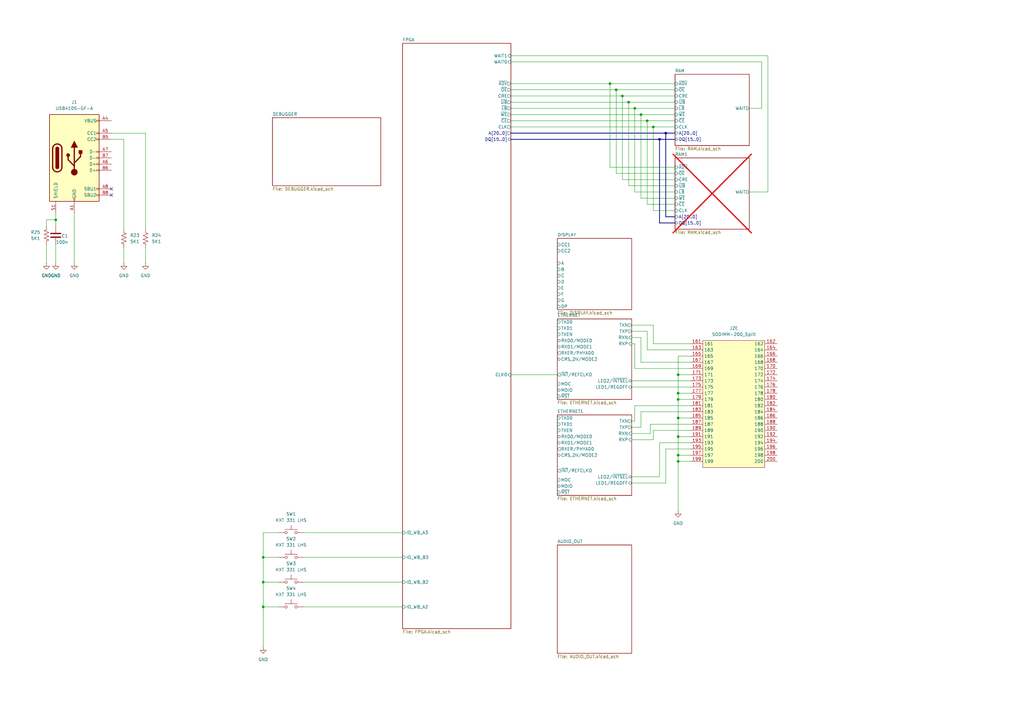
<source format=kicad_sch>
(kicad_sch (version 20250114) (generator "eeschema") (generator_version "9.0")
  (paper "A3")
  (lib_symbols
    (symbol "Connector:SODIMM-200_Split"
      (property "Reference" "J" (at 0 1.27 0))
      (property "Value" "SODIMM-200_Split" (at 0 -1.27 0))
      (symbol "SODIMM-200_Split_1_1"
        (rectangle (start -12.7 25.4) (end 12.7 -26.67) (fill (type background)))
        (pin passive line (at -17.78 22.86 0) (length 5.08) (name "1") (number "1"))
        (pin passive line (at -17.78 20.32 0) (length 5.08) (name "3") (number "3"))
        (pin passive line (at -17.78 17.78 0) (length 5.08) (name "5") (number "5"))
        (pin passive line (at -17.78 15.24 0) (length 5.08) (name "7") (number "7"))
        (pin passive line (at -17.78 12.7 0) (length 5.08) (name "9") (number "9"))
        (pin passive line (at -17.78 10.16 0) (length 5.08) (name "11") (number "11"))
        (pin passive line (at -17.78 7.62 0) (length 5.08) (name "13") (number "13"))
        (pin passive line (at -17.78 5.08 0) (length 5.08) (name "15") (number "15"))
        (pin passive line (at -17.78 2.54 0) (length 5.08) (name "17") (number "17"))
        (pin passive line (at -17.78 0 0) (length 5.08) (name "19") (number "19"))
        (pin passive line (at -17.78 -2.54 0) (length 5.08) (name "21") (number "21"))
        (pin passive line (at -17.78 -5.08 0) (length 5.08) (name "23") (number "23"))
        (pin passive line (at -17.78 -7.62 0) (length 5.08) (name "25") (number "25"))
        (pin passive line (at -17.78 -10.16 0) (length 5.08) (name "27") (number "27"))
        (pin passive line (at -17.78 -12.7 0) (length 5.08) (name "29") (number "29"))
        (pin passive line (at -17.78 -15.24 0) (length 5.08) (name "31") (number "31"))
        (pin passive line (at -17.78 -17.78 0) (length 5.08) (name "33") (number "33"))
        (pin passive line (at -17.78 -20.32 0) (length 5.08) (name "35") (number "35"))
        (pin passive line (at -17.78 -22.86 0) (length 5.08) (name "37") (number "37"))
        (pin passive line (at -17.78 -25.4 0) (length 5.08) (name "39") (number "39"))
        (pin passive line (at 17.78 22.86 180) (length 5.08) (name "2") (number "2"))
        (pin passive line (at 17.78 20.32 180) (length 5.08) (name "4") (number "4"))
        (pin passive line (at 17.78 17.78 180) (length 5.08) (name "6") (number "6"))
        (pin passive line (at 17.78 15.24 180) (length 5.08) (name "8") (number "8"))
        (pin passive line (at 17.78 12.7 180) (length 5.08) (name "10") (number "10"))
        (pin passive line (at 17.78 10.16 180) (length 5.08) (name "12") (number "12"))
        (pin passive line (at 17.78 7.62 180) (length 5.08) (name "14") (number "14"))
        (pin passive line (at 17.78 5.08 180) (length 5.08) (name "16") (number "16"))
        (pin passive line (at 17.78 2.54 180) (length 5.08) (name "18") (number "18"))
        (pin passive line (at 17.78 0 180) (length 5.08) (name "20") (number "20"))
        (pin passive line (at 17.78 -2.54 180) (length 5.08) (name "22") (number "22"))
        (pin passive line (at 17.78 -5.08 180) (length 5.08) (name "24") (number "24"))
        (pin passive line (at 17.78 -7.62 180) (length 5.08) (name "26") (number "26"))
        (pin passive line (at 17.78 -10.16 180) (length 5.08) (name "28") (number "28"))
        (pin passive line (at 17.78 -12.7 180) (length 5.08) (name "30") (number "30"))
        (pin passive line (at 17.78 -15.24 180) (length 5.08) (name "32") (number "32"))
        (pin passive line (at 17.78 -17.78 180) (length 5.08) (name "34") (number "34"))
        (pin passive line (at 17.78 -20.32 180) (length 5.08) (name "36") (number "36"))
        (pin passive line (at 17.78 -22.86 180) (length 5.08) (name "38") (number "38"))
        (pin passive line (at 17.78 -25.4 180) (length 5.08) (name "40") (number "40"))
      )
      (symbol "SODIMM-200_Split_2_1"
        (rectangle (start -12.7 -26.67) (end 12.7 24.13) (fill (type background)))
        (pin passive line (at -17.78 22.86 0) (length 5.08) (name "41") (number "41"))
        (pin passive line (at -17.78 20.32 0) (length 5.08) (name "43") (number "43"))
        (pin passive line (at -17.78 17.78 0) (length 5.08) (name "45") (number "45"))
        (pin passive line (at -17.78 15.24 0) (length 5.08) (name "47") (number "47"))
        (pin passive line (at -17.78 12.7 0) (length 5.08) (name "49") (number "49"))
        (pin passive line (at -17.78 10.16 0) (length 5.08) (name "51") (number "51"))
        (pin passive line (at -17.78 7.62 0) (length 5.08) (name "53") (number "53"))
        (pin passive line (at -17.78 5.08 0) (length 5.08) (name "55") (number "55"))
        (pin passive line (at -17.78 2.54 0) (length 5.08) (name "57") (number "57"))
        (pin passive line (at -17.78 0 0) (length 5.08) (name "59") (number "59"))
        (pin passive line (at -17.78 -2.54 0) (length 5.08) (name "61") (number "61"))
        (pin passive line (at -17.78 -5.08 0) (length 5.08) (name "63") (number "63"))
        (pin passive line (at -17.78 -7.62 0) (length 5.08) (name "65") (number "65"))
        (pin passive line (at -17.78 -10.16 0) (length 5.08) (name "67") (number "67"))
        (pin passive line (at -17.78 -12.7 0) (length 5.08) (name "69") (number "69"))
        (pin passive line (at -17.78 -15.24 0) (length 5.08) (name "71") (number "71"))
        (pin passive line (at -17.78 -17.78 0) (length 5.08) (name "73") (number "73"))
        (pin passive line (at -17.78 -20.32 0) (length 5.08) (name "75") (number "75"))
        (pin passive line (at -17.78 -22.86 0) (length 5.08) (name "77") (number "77"))
        (pin passive line (at -17.78 -25.4 0) (length 5.08) (name "79") (number "79"))
        (pin passive line (at 17.78 22.86 180) (length 5.08) (name "42") (number "42"))
        (pin passive line (at 17.78 20.32 180) (length 5.08) (name "44") (number "44"))
        (pin passive line (at 17.78 17.78 180) (length 5.08) (name "46") (number "46"))
        (pin passive line (at 17.78 15.24 180) (length 5.08) (name "48") (number "48"))
        (pin passive line (at 17.78 12.7 180) (length 5.08) (name "50") (number "50"))
        (pin passive line (at 17.78 10.16 180) (length 5.08) (name "52") (number "52"))
        (pin passive line (at 17.78 7.62 180) (length 5.08) (name "54") (number "54"))
        (pin passive line (at 17.78 5.08 180) (length 5.08) (name "56") (number "56"))
        (pin passive line (at 17.78 2.54 180) (length 5.08) (name "58") (number "58"))
        (pin passive line (at 17.78 0 180) (length 5.08) (name "60") (number "60"))
        (pin passive line (at 17.78 -2.54 180) (length 5.08) (name "62") (number "62"))
        (pin passive line (at 17.78 -5.08 180) (length 5.08) (name "64") (number "64"))
        (pin passive line (at 17.78 -7.62 180) (length 5.08) (name "66") (number "66"))
        (pin passive line (at 17.78 -10.16 180) (length 5.08) (name "68") (number "68"))
        (pin passive line (at 17.78 -12.7 180) (length 5.08) (name "70") (number "70"))
        (pin passive line (at 17.78 -15.24 180) (length 5.08) (name "72") (number "72"))
        (pin passive line (at 17.78 -17.78 180) (length 5.08) (name "74") (number "74"))
        (pin passive line (at 17.78 -20.32 180) (length 5.08) (name "76") (number "76"))
        (pin passive line (at 17.78 -22.86 180) (length 5.08) (name "78") (number "78"))
        (pin passive line (at 17.78 -25.4 180) (length 5.08) (name "80") (number "80"))
      )
      (symbol "SODIMM-200_Split_3_1"
        (rectangle (start -12.7 24.13) (end 12.7 -26.67) (fill (type background)))
        (pin passive line (at -17.78 22.86 0) (length 5.08) (name "81") (number "81"))
        (pin passive line (at -17.78 20.32 0) (length 5.08) (name "83") (number "83"))
        (pin passive line (at -17.78 17.78 0) (length 5.08) (name "85") (number "85"))
        (pin passive line (at -17.78 15.24 0) (length 5.08) (name "87") (number "87"))
        (pin passive line (at -17.78 12.7 0) (length 5.08) (name "89") (number "89"))
        (pin passive line (at -17.78 10.16 0) (length 5.08) (name "91") (number "91"))
        (pin passive line (at -17.78 7.62 0) (length 5.08) (name "93") (number "93"))
        (pin passive line (at -17.78 5.08 0) (length 5.08) (name "95") (number "95"))
        (pin passive line (at -17.78 2.54 0) (length 5.08) (name "97") (number "97"))
        (pin passive line (at -17.78 0 0) (length 5.08) (name "99") (number "99"))
        (pin passive line (at -17.78 -2.54 0) (length 5.08) (name "101") (number "101"))
        (pin passive line (at -17.78 -5.08 0) (length 5.08) (name "103") (number "103"))
        (pin passive line (at -17.78 -7.62 0) (length 5.08) (name "105") (number "105"))
        (pin passive line (at -17.78 -10.16 0) (length 5.08) (name "107") (number "107"))
        (pin passive line (at -17.78 -12.7 0) (length 5.08) (name "109") (number "109"))
        (pin passive line (at -17.78 -15.24 0) (length 5.08) (name "111") (number "111"))
        (pin passive line (at -17.78 -17.78 0) (length 5.08) (name "113") (number "113"))
        (pin passive line (at -17.78 -20.32 0) (length 5.08) (name "115") (number "115"))
        (pin passive line (at -17.78 -22.86 0) (length 5.08) (name "117") (number "117"))
        (pin passive line (at -17.78 -25.4 0) (length 5.08) (name "119") (number "119"))
        (pin passive line (at 17.78 22.86 180) (length 5.08) (name "82") (number "82"))
        (pin passive line (at 17.78 20.32 180) (length 5.08) (name "84") (number "84"))
        (pin passive line (at 17.78 17.78 180) (length 5.08) (name "86") (number "86"))
        (pin passive line (at 17.78 15.24 180) (length 5.08) (name "88") (number "88"))
        (pin passive line (at 17.78 12.7 180) (length 5.08) (name "90") (number "90"))
        (pin passive line (at 17.78 10.16 180) (length 5.08) (name "92") (number "92"))
        (pin passive line (at 17.78 7.62 180) (length 5.08) (name "94") (number "94"))
        (pin passive line (at 17.78 5.08 180) (length 5.08) (name "96") (number "96"))
        (pin passive line (at 17.78 2.54 180) (length 5.08) (name "98") (number "98"))
        (pin passive line (at 17.78 0 180) (length 5.08) (name "100") (number "100"))
        (pin passive line (at 17.78 -2.54 180) (length 5.08) (name "102") (number "102"))
        (pin passive line (at 17.78 -5.08 180) (length 5.08) (name "104") (number "104"))
        (pin passive line (at 17.78 -7.62 180) (length 5.08) (name "106") (number "106"))
        (pin passive line (at 17.78 -10.16 180) (length 5.08) (name "108") (number "108"))
        (pin passive line (at 17.78 -12.7 180) (length 5.08) (name "110") (number "110"))
        (pin passive line (at 17.78 -15.24 180) (length 5.08) (name "112") (number "112"))
        (pin passive line (at 17.78 -17.78 180) (length 5.08) (name "114") (number "114"))
        (pin passive line (at 17.78 -20.32 180) (length 5.08) (name "116") (number "116"))
        (pin passive line (at 17.78 -22.86 180) (length 5.08) (name "118") (number "118"))
        (pin passive line (at 17.78 -25.4 180) (length 5.08) (name "120") (number "120"))
      )
      (symbol "SODIMM-200_Split_4_1"
        (rectangle (start -12.7 24.13) (end 12.7 -26.67) (fill (type background)))
        (pin passive line (at -17.78 22.86 0) (length 5.08) (name "121") (number "121"))
        (pin passive line (at -17.78 20.32 0) (length 5.08) (name "123") (number "123"))
        (pin passive line (at -17.78 17.78 0) (length 5.08) (name "125") (number "125"))
        (pin passive line (at -17.78 15.24 0) (length 5.08) (name "127") (number "127"))
        (pin passive line (at -17.78 12.7 0) (length 5.08) (name "129") (number "129"))
        (pin passive line (at -17.78 10.16 0) (length 5.08) (name "131") (number "131"))
        (pin passive line (at -17.78 7.62 0) (length 5.08) (name "133") (number "133"))
        (pin passive line (at -17.78 5.08 0) (length 5.08) (name "135") (number "135"))
        (pin passive line (at -17.78 2.54 0) (length 5.08) (name "137") (number "137"))
        (pin passive line (at -17.78 0 0) (length 5.08) (name "139") (number "139"))
        (pin passive line (at -17.78 -2.54 0) (length 5.08) (name "141") (number "141"))
        (pin passive line (at -17.78 -5.08 0) (length 5.08) (name "143") (number "143"))
        (pin passive line (at -17.78 -7.62 0) (length 5.08) (name "145") (number "145"))
        (pin passive line (at -17.78 -10.16 0) (length 5.08) (name "147") (number "147"))
        (pin passive line (at -17.78 -12.7 0) (length 5.08) (name "149") (number "149"))
        (pin passive line (at -17.78 -15.24 0) (length 5.08) (name "151") (number "151"))
        (pin passive line (at -17.78 -17.78 0) (length 5.08) (name "153") (number "153"))
        (pin passive line (at -17.78 -20.32 0) (length 5.08) (name "155") (number "155"))
        (pin passive line (at -17.78 -22.86 0) (length 5.08) (name "157") (number "157"))
        (pin passive line (at -17.78 -25.4 0) (length 5.08) (name "159") (number "159"))
        (pin passive line (at 17.78 22.86 180) (length 5.08) (name "122") (number "122"))
        (pin passive line (at 17.78 20.32 180) (length 5.08) (name "124") (number "124"))
        (pin passive line (at 17.78 17.78 180) (length 5.08) (name "126") (number "126"))
        (pin passive line (at 17.78 15.24 180) (length 5.08) (name "128") (number "128"))
        (pin passive line (at 17.78 12.7 180) (length 5.08) (name "130") (number "130"))
        (pin passive line (at 17.78 10.16 180) (length 5.08) (name "132") (number "132"))
        (pin passive line (at 17.78 7.62 180) (length 5.08) (name "134") (number "134"))
        (pin passive line (at 17.78 5.08 180) (length 5.08) (name "136") (number "136"))
        (pin passive line (at 17.78 2.54 180) (length 5.08) (name "138") (number "138"))
        (pin passive line (at 17.78 0 180) (length 5.08) (name "140") (number "140"))
        (pin passive line (at 17.78 -2.54 180) (length 5.08) (name "142") (number "142"))
        (pin passive line (at 17.78 -5.08 180) (length 5.08) (name "144") (number "144"))
        (pin passive line (at 17.78 -7.62 180) (length 5.08) (name "146") (number "146"))
        (pin passive line (at 17.78 -10.16 180) (length 5.08) (name "148") (number "148"))
        (pin passive line (at 17.78 -12.7 180) (length 5.08) (name "150") (number "150"))
        (pin passive line (at 17.78 -15.24 180) (length 5.08) (name "152") (number "152"))
        (pin passive line (at 17.78 -17.78 180) (length 5.08) (name "154") (number "154"))
        (pin passive line (at 17.78 -20.32 180) (length 5.08) (name "156") (number "156"))
        (pin passive line (at 17.78 -22.86 180) (length 5.08) (name "158") (number "158"))
        (pin passive line (at 17.78 -25.4 180) (length 5.08) (name "160") (number "160"))
      )
      (symbol "SODIMM-200_Split_5_1"
        (rectangle (start -12.7 24.13) (end 12.7 -27.94) (fill (type background)))
        (pin passive line (at -17.78 22.86 0) (length 5.08) (name "161") (number "161"))
        (pin passive line (at -17.78 20.32 0) (length 5.08) (name "163") (number "163"))
        (pin passive line (at -17.78 17.78 0) (length 5.08) (name "165") (number "165"))
        (pin passive line (at -17.78 15.24 0) (length 5.08) (name "167") (number "167"))
        (pin passive line (at -17.78 12.7 0) (length 5.08) (name "169") (number "169"))
        (pin passive line (at -17.78 10.16 0) (length 5.08) (name "171") (number "171"))
        (pin passive line (at -17.78 7.62 0) (length 5.08) (name "173") (number "173"))
        (pin passive line (at -17.78 5.08 0) (length 5.08) (name "175") (number "175"))
        (pin passive line (at -17.78 2.54 0) (length 5.08) (name "177") (number "177"))
        (pin passive line (at -17.78 0 0) (length 5.08) (name "179") (number "179"))
        (pin passive line (at -17.78 -2.54 0) (length 5.08) (name "181") (number "181"))
        (pin passive line (at -17.78 -5.08 0) (length 5.08) (name "183") (number "183"))
        (pin passive line (at -17.78 -7.62 0) (length 5.08) (name "185") (number "185"))
        (pin passive line (at -17.78 -10.16 0) (length 5.08) (name "187") (number "187"))
        (pin passive line (at -17.78 -12.7 0) (length 5.08) (name "189") (number "189"))
        (pin passive line (at -17.78 -15.24 0) (length 5.08) (name "191") (number "191"))
        (pin passive line (at -17.78 -17.78 0) (length 5.08) (name "193") (number "193"))
        (pin passive line (at -17.78 -20.32 0) (length 5.08) (name "195") (number "195"))
        (pin passive line (at -17.78 -22.86 0) (length 5.08) (name "197") (number "197"))
        (pin passive line (at -17.78 -25.4 0) (length 5.08) (name "199") (number "199"))
        (pin passive line (at 17.78 22.86 180) (length 5.08) (name "162") (number "162"))
        (pin passive line (at 17.78 20.32 180) (length 5.08) (name "164") (number "164"))
        (pin passive line (at 17.78 17.78 180) (length 5.08) (name "166") (number "166"))
        (pin passive line (at 17.78 15.24 180) (length 5.08) (name "168") (number "168"))
        (pin passive line (at 17.78 12.7 180) (length 5.08) (name "170") (number "170"))
        (pin passive line (at 17.78 10.16 180) (length 5.08) (name "172") (number "172"))
        (pin passive line (at 17.78 7.62 180) (length 5.08) (name "174") (number "174"))
        (pin passive line (at 17.78 5.08 180) (length 5.08) (name "176") (number "176"))
        (pin passive line (at 17.78 2.54 180) (length 5.08) (name "178") (number "178"))
        (pin passive line (at 17.78 0 180) (length 5.08) (name "180") (number "180"))
        (pin passive line (at 17.78 -2.54 180) (length 5.08) (name "182") (number "182"))
        (pin passive line (at 17.78 -5.08 180) (length 5.08) (name "184") (number "184"))
        (pin passive line (at 17.78 -7.62 180) (length 5.08) (name "186") (number "186"))
        (pin passive line (at 17.78 -10.16 180) (length 5.08) (name "188") (number "188"))
        (pin passive line (at 17.78 -12.7 180) (length 5.08) (name "190") (number "190"))
        (pin passive line (at 17.78 -15.24 180) (length 5.08) (name "192") (number "192"))
        (pin passive line (at 17.78 -17.78 180) (length 5.08) (name "194") (number "194"))
        (pin passive line (at 17.78 -20.32 180) (length 5.08) (name "196") (number "196"))
        (pin passive line (at 17.78 -22.86 180) (length 5.08) (name "198") (number "198"))
        (pin passive line (at 17.78 -25.4 180) (length 5.08) (name "200") (number "200"))
      )
    )
    (symbol "Connector:USB_C_Receptacle_USB2.0_16P" (pin_names (offset 1.016))
      (property "Reference" "J" (at 0 22.225 0))
      (property "Value" "USB_C_Receptacle_USB2.0_16P" (at 0 19.685 0))
      (symbol "USB_C_Receptacle_USB2.0_16P_0_0"
        (rectangle (start -0.254 -17.78) (end 0.254 -16.764))
        (rectangle (start 10.16 15.494) (end 9.144 14.986))
        (rectangle (start 10.16 10.414) (end 9.144 9.906))
        (rectangle (start 10.16 7.874) (end 9.144 7.366))
        (rectangle (start 10.16 2.794) (end 9.144 2.286))
        (rectangle (start 10.16 0.254) (end 9.144 -0.254))
        (rectangle (start 10.16 -2.286) (end 9.144 -2.794))
        (rectangle (start 10.16 -4.826) (end 9.144 -5.334))
        (rectangle (start 10.16 -12.446) (end 9.144 -12.954))
        (rectangle (start 10.16 -14.986) (end 9.144 -15.494))
      )
      (symbol "USB_C_Receptacle_USB2.0_16P_0_1"
        (rectangle (start -10.16 17.78) (end 10.16 -17.78) (stroke (width 0.254)) (fill (type background)))
        (polyline (pts (xy -8.89 -3.81) (xy -8.89 3.81)) (stroke (width 0.508)))
        (rectangle (start -7.62 -3.81) (end -6.35 3.81) (stroke (width 0.254)) (fill (type outline)))
        (arc (start -7.62 3.81) (mid -6.985 4.4423) (end -6.35 3.81) (stroke (width 0.254)))
        (arc (start -7.62 3.81) (mid -6.985 4.4423) (end -6.35 3.81) (stroke (width 0.254)) (fill (type outline)))
        (arc (start -8.89 3.81) (mid -6.985 5.7067) (end -5.08 3.81) (stroke (width 0.508)))
        (arc (start -5.08 -3.81) (mid -6.985 -5.7067) (end -8.89 -3.81) (stroke (width 0.508)))
        (arc (start -6.35 -3.81) (mid -6.985 -4.4423) (end -7.62 -3.81) (stroke (width 0.254)))
        (arc (start -6.35 -3.81) (mid -6.985 -4.4423) (end -7.62 -3.81) (stroke (width 0.254)) (fill (type outline)))
        (polyline (pts (xy -5.08 3.81) (xy -5.08 -3.81)) (stroke (width 0.508)))
        (circle (center -2.54 1.143) (radius 0.635) (stroke (width 0.254)) (fill (type outline)))
        (polyline (pts (xy -1.27 4.318) (xy 0 6.858) (xy 1.27 4.318) (xy -1.27 4.318)) (stroke (width 0.254)) (fill (type outline)))
        (polyline (pts (xy 0 -2.032) (xy 2.54 0.508) (xy 2.54 1.778)) (stroke (width 0.508)))
        (polyline (pts (xy 0 -3.302) (xy -2.54 -0.762) (xy -2.54 0.508)) (stroke (width 0.508)))
        (polyline (pts (xy 0 -5.842) (xy 0 4.318)) (stroke (width 0.508)))
        (circle (center 0 -5.842) (radius 1.27) (fill (type outline)))
        (rectangle (start 1.905 1.778) (end 3.175 3.048) (stroke (width 0.254)) (fill (type outline)))
      )
      (symbol "USB_C_Receptacle_USB2.0_16P_1_1"
        (pin passive line (at -7.62 -22.86 90) (length 5.08) (name "SHIELD") (number "S1"))
        (pin passive line (at 0 -22.86 90) (length 5.08) (name "GND") (number "A1"))
        (pin passive line (at 0 -22.86 90) (length 5.08) (hide yes) (name "GND") (number "A12"))
        (pin passive line (at 0 -22.86 90) (length 5.08) (hide yes) (name "GND") (number "B1"))
        (pin passive line (at 0 -22.86 90) (length 5.08) (hide yes) (name "GND") (number "B12"))
        (pin passive line (at 15.24 15.24 180) (length 5.08) (name "VBUS") (number "A4"))
        (pin passive line (at 15.24 15.24 180) (length 5.08) (hide yes) (name "VBUS") (number "A9"))
        (pin passive line (at 15.24 15.24 180) (length 5.08) (hide yes) (name "VBUS") (number "B4"))
        (pin passive line (at 15.24 15.24 180) (length 5.08) (hide yes) (name "VBUS") (number "B9"))
        (pin bidirectional line (at 15.24 10.16 180) (length 5.08) (name "CC1") (number "A5"))
        (pin bidirectional line (at 15.24 7.62 180) (length 5.08) (name "CC2") (number "B5"))
        (pin bidirectional line (at 15.24 2.54 180) (length 5.08) (name "D-") (number "A7"))
        (pin bidirectional line (at 15.24 0 180) (length 5.08) (name "D-") (number "B7"))
        (pin bidirectional line (at 15.24 -2.54 180) (length 5.08) (name "D+") (number "A6"))
        (pin bidirectional line (at 15.24 -5.08 180) (length 5.08) (name "D+") (number "B6"))
        (pin bidirectional line (at 15.24 -12.7 180) (length 5.08) (name "SBU1") (number "A8"))
        (pin bidirectional line (at 15.24 -15.24 180) (length 5.08) (name "SBU2") (number "B8"))
      )
    )
    (symbol "Device:C" (pin_numbers (hide yes)) (pin_names (offset 0.254))
      (property "Reference" "C" (at 0.635 2.54 0))
      (property "Value" "C" (at 0.635 -2.54 0))
      (symbol "C_0_1"
        (polyline (pts (xy -2.032 0.762) (xy 2.032 0.762)) (stroke (width 0.508)))
        (polyline (pts (xy -2.032 -0.762) (xy 2.032 -0.762)) (stroke (width 0.508)))
      )
      (symbol "C_1_1"
        (pin passive line (at 0 3.81 270) (length 2.794) (name "~") (number "1"))
        (pin passive line (at 0 -3.81 90) (length 2.794) (name "~") (number "2"))
      )
    )
    (symbol "Device:R_US" (pin_numbers (hide yes)) (pin_names (offset 0))
      (property "Reference" "R" (at 2.54 0 90))
      (property "Value" "R_US" (at -2.54 0 90))
      (symbol "R_US_0_1"
        (polyline (pts (xy 0 2.286) (xy 0 2.54)))
        (polyline (pts (xy 0 2.286) (xy 1.016 1.905) (xy 0 1.524) (xy -1.016 1.143) (xy 0 0.762)))
        (polyline (pts (xy 0 0.762) (xy 1.016 0.381) (xy 0 0) (xy -1.016 -0.381) (xy 0 -0.762)))
        (polyline (pts (xy 0 -0.762) (xy 1.016 -1.143) (xy 0 -1.524) (xy -1.016 -1.905) (xy 0 -2.286)))
        (polyline (pts (xy 0 -2.286) (xy 0 -2.54)))
      )
      (symbol "R_US_1_1"
        (pin passive line (at 0 3.81 270) (length 1.27) (name "~") (number "1"))
        (pin passive line (at 0 -3.81 90) (length 1.27) (name "~") (number "2"))
      )
    )
    (symbol "Switch:SW_Push" (pin_numbers (hide yes)) (pin_names (offset 1.016) (hide yes))
      (property "Reference" "SW" (at 1.27 2.54 0))
      (property "Value" "SW_Push" (at 0 -1.524 0))
      (symbol "SW_Push_0_1"
        (circle (center -2.032 0) (radius 0.508))
        (polyline (pts (xy 0 1.27) (xy 0 3.048)))
        (circle (center 2.032 0) (radius 0.508))
        (polyline (pts (xy 2.54 1.27) (xy -2.54 1.27)))
        (pin passive line (at -5.08 0 0) (length 2.54) (name "1") (number "1"))
        (pin passive line (at 5.08 0 180) (length 2.54) (name "2") (number "2"))
      )
    )
    (symbol "power:GND" (power) (pin_numbers (hide yes)) (pin_names (offset 0) (hide yes))
      (property "Value" "GND" (at 0 -3.81 0))
      (symbol "GND_0_1"
        (polyline (pts (xy 0 0) (xy 0 -1.27) (xy 1.27 -1.27) (xy 0 -2.54) (xy -1.27 -1.27) (xy 0 -1.27)))
      )
      (symbol "GND_1_1"
        (pin power_in line (at 0 0 270) (length 0) (name "~") (number "1"))
      )
    )
  )
  (junction (at 252.73 36.83))
  (junction (at 265.43 49.53))
  (junction (at 278.13 161.29))
  (junction (at 278.13 163.83))
  (junction (at 22.86 90.17))
  (junction (at 260.35 44.45))
  (junction (at 107.95 228.6))
  (junction (at 278.13 171.45))
  (junction (at 257.81 41.91))
  (junction (at 278.13 153.67))
  (junction (at 270.51 57.15))
  (junction (at 278.13 189.23))
  (junction (at 278.13 186.69))
  (junction (at 262.89 46.99))
  (junction (at 273.05 54.61))
  (junction (at 107.95 248.92))
  (junction (at 278.13 179.07))
  (junction (at 250.19 34.29))
  (junction (at 107.95 238.76))
  (junction (at 255.27 39.37))
  (junction (at 267.97 52.07))
  (no_connect (at 45.72 80.01))
  (no_connect (at 45.72 77.47))
  (wire (pts (xy 259.08 180.34) (xy 267.97 180.34)))
  (bus (pts (xy 273.05 54.61) (xy 276.86 54.61)))
  (wire (pts (xy 314.96 78.74) (xy 307.34 78.74)))
  (wire (pts (xy 270.51 181.61) (xy 283.21 181.61)))
  (wire (pts (xy 278.13 171.45) (xy 283.21 171.45)))
  (wire (pts (xy 107.95 218.44) (xy 114.3 218.44)))
  (wire (pts (xy 209.55 22.86) (xy 314.96 22.86)))
  (wire (pts (xy 252.73 36.83) (xy 252.73 71.12)))
  (bus (pts (xy 270.51 57.15) (xy 276.86 57.15)))
  (wire (pts (xy 312.42 25.4) (xy 312.42 44.45)))
  (wire (pts (xy 265.43 49.53) (xy 265.43 83.82)))
  (wire (pts (xy 278.13 189.23) (xy 278.13 209.55)))
  (wire (pts (xy 45.72 54.61) (xy 59.69 54.61)))
  (wire (pts (xy 278.13 153.67) (xy 278.13 161.29)))
  (wire (pts (xy 278.13 186.69) (xy 283.21 186.69)))
  (wire (pts (xy 107.95 228.6) (xy 107.95 238.76)))
  (wire (pts (xy 259.08 172.72) (xy 260.35 172.72)))
  (wire (pts (xy 124.46 248.92) (xy 165.1 248.92)))
  (wire (pts (xy 260.35 140.97) (xy 260.35 151.13)))
  (wire (pts (xy 259.08 135.89) (xy 265.43 135.89)))
  (wire (pts (xy 262.89 46.99) (xy 262.89 81.28)))
  (wire (pts (xy 278.13 171.45) (xy 278.13 179.07)))
  (wire (pts (xy 273.05 198.12) (xy 259.08 198.12)))
  (wire (pts (xy 283.21 176.53) (xy 267.97 176.53)))
  (wire (pts (xy 276.86 76.2) (xy 257.81 76.2)))
  (wire (pts (xy 209.55 41.91) (xy 257.81 41.91)))
  (wire (pts (xy 107.95 238.76) (xy 107.95 248.92)))
  (wire (pts (xy 276.86 81.28) (xy 262.89 81.28)))
  (wire (pts (xy 259.08 177.8) (xy 266.7 177.8)))
  (wire (pts (xy 267.97 133.35) (xy 267.97 140.97)))
  (bus (pts (xy 209.55 54.61) (xy 273.05 54.61)))
  (wire (pts (xy 278.13 186.69) (xy 278.13 189.23)))
  (wire (pts (xy 278.13 179.07) (xy 278.13 186.69)))
  (wire (pts (xy 45.72 57.15) (xy 50.8 57.15)))
  (wire (pts (xy 273.05 184.15) (xy 273.05 198.12)))
  (wire (pts (xy 278.13 179.07) (xy 283.21 179.07)))
  (wire (pts (xy 107.95 228.6) (xy 107.95 218.44)))
  (wire (pts (xy 276.86 68.58) (xy 250.19 68.58)))
  (wire (pts (xy 209.55 25.4) (xy 312.42 25.4)))
  (bus (pts (xy 276.86 88.9) (xy 273.05 88.9)))
  (wire (pts (xy 259.08 156.21) (xy 283.21 156.21)))
  (wire (pts (xy 260.35 44.45) (xy 260.35 78.74)))
  (wire (pts (xy 267.97 52.07) (xy 267.97 86.36)))
  (wire (pts (xy 209.55 36.83) (xy 252.73 36.83)))
  (wire (pts (xy 278.13 161.29) (xy 278.13 163.83)))
  (wire (pts (xy 259.08 158.75) (xy 283.21 158.75)))
  (wire (pts (xy 278.13 163.83) (xy 278.13 171.45)))
  (wire (pts (xy 255.27 73.66) (xy 255.27 39.37)))
  (wire (pts (xy 259.08 133.35) (xy 267.97 133.35)))
  (wire (pts (xy 59.69 101.6) (xy 59.69 107.95)))
  (wire (pts (xy 59.69 54.61) (xy 59.69 93.98)))
  (wire (pts (xy 265.43 83.82) (xy 276.86 83.82)))
  (wire (pts (xy 259.08 140.97) (xy 260.35 140.97)))
  (wire (pts (xy 19.05 92.71) (xy 19.05 90.17)))
  (wire (pts (xy 276.86 49.53) (xy 265.43 49.53)))
  (wire (pts (xy 267.97 52.07) (xy 276.86 52.07)))
  (bus (pts (xy 270.51 91.44) (xy 276.86 91.44)))
  (wire (pts (xy 19.05 100.33) (xy 19.05 107.95)))
  (wire (pts (xy 283.21 151.13) (xy 260.35 151.13)))
  (wire (pts (xy 209.55 34.29) (xy 250.19 34.29)))
  (wire (pts (xy 265.43 135.89) (xy 265.43 143.51)))
  (wire (pts (xy 278.13 146.05) (xy 278.13 153.67)))
  (wire (pts (xy 252.73 71.12) (xy 276.86 71.12)))
  (wire (pts (xy 260.35 172.72) (xy 260.35 166.37)))
  (wire (pts (xy 124.46 238.76) (xy 165.1 238.76)))
  (wire (pts (xy 283.21 146.05) (xy 278.13 146.05)))
  (wire (pts (xy 260.35 166.37) (xy 283.21 166.37)))
  (wire (pts (xy 260.35 78.74) (xy 276.86 78.74)))
  (wire (pts (xy 276.86 73.66) (xy 255.27 73.66)))
  (wire (pts (xy 259.08 195.58) (xy 270.51 195.58)))
  (wire (pts (xy 265.43 143.51) (xy 283.21 143.51)))
  (wire (pts (xy 267.97 176.53) (xy 267.97 180.34)))
  (wire (pts (xy 257.81 41.91) (xy 276.86 41.91)))
  (wire (pts (xy 107.95 248.92) (xy 114.3 248.92)))
  (wire (pts (xy 283.21 184.15) (xy 273.05 184.15)))
  (bus (pts (xy 273.05 54.61) (xy 273.05 88.9)))
  (wire (pts (xy 266.7 177.8) (xy 266.7 173.99)))
  (wire (pts (xy 209.55 39.37) (xy 255.27 39.37)))
  (wire (pts (xy 209.55 46.99) (xy 262.89 46.99)))
  (wire (pts (xy 267.97 140.97) (xy 283.21 140.97)))
  (wire (pts (xy 259.08 175.26) (xy 262.89 175.26)))
  (wire (pts (xy 262.89 138.43) (xy 262.89 148.59)))
  (wire (pts (xy 255.27 39.37) (xy 276.86 39.37)))
  (wire (pts (xy 259.08 138.43) (xy 262.89 138.43)))
  (wire (pts (xy 209.55 44.45) (xy 260.35 44.45)))
  (wire (pts (xy 262.89 148.59) (xy 283.21 148.59)))
  (wire (pts (xy 257.81 41.91) (xy 257.81 76.2)))
  (wire (pts (xy 30.48 87.63) (xy 30.48 107.95)))
  (wire (pts (xy 22.86 100.33) (xy 22.86 107.95)))
  (wire (pts (xy 312.42 44.45) (xy 307.34 44.45)))
  (wire (pts (xy 19.05 90.17) (xy 22.86 90.17)))
  (wire (pts (xy 114.3 238.76) (xy 107.95 238.76)))
  (wire (pts (xy 50.8 101.6) (xy 50.8 107.95)))
  (wire (pts (xy 278.13 153.67) (xy 283.21 153.67)))
  (wire (pts (xy 209.55 153.67) (xy 228.6 153.67)))
  (wire (pts (xy 276.86 86.36) (xy 267.97 86.36)))
  (wire (pts (xy 262.89 46.99) (xy 276.86 46.99)))
  (wire (pts (xy 107.95 228.6) (xy 114.3 228.6)))
  (wire (pts (xy 250.19 68.58) (xy 250.19 34.29)))
  (bus (pts (xy 270.51 57.15) (xy 270.51 91.44)))
  (wire (pts (xy 262.89 175.26) (xy 262.89 168.91)))
  (wire (pts (xy 107.95 248.92) (xy 107.95 265.43)))
  (wire (pts (xy 278.13 161.29) (xy 283.21 161.29)))
  (wire (pts (xy 278.13 189.23) (xy 283.21 189.23)))
  (wire (pts (xy 124.46 228.6) (xy 165.1 228.6)))
  (wire (pts (xy 50.8 57.15) (xy 50.8 93.98)))
  (wire (pts (xy 314.96 22.86) (xy 314.96 78.74)))
  (wire (pts (xy 276.86 36.83) (xy 252.73 36.83)))
  (wire (pts (xy 266.7 173.99) (xy 283.21 173.99)))
  (wire (pts (xy 276.86 44.45) (xy 260.35 44.45)))
  (wire (pts (xy 209.55 52.07) (xy 267.97 52.07)))
  (wire (pts (xy 209.55 49.53) (xy 265.43 49.53)))
  (bus (pts (xy 209.55 57.15) (xy 270.51 57.15)))
  (wire (pts (xy 124.46 218.44) (xy 165.1 218.44)))
  (wire (pts (xy 22.86 90.17) (xy 22.86 92.71)))
  (wire (pts (xy 278.13 163.83) (xy 283.21 163.83)))
  (wire (pts (xy 22.86 87.63) (xy 22.86 90.17)))
  (wire (pts (xy 270.51 195.58) (xy 270.51 181.61)))
  (wire (pts (xy 262.89 168.91) (xy 283.21 168.91)))
  (wire (pts (xy 250.19 34.29) (xy 276.86 34.29)))
  (symbol (lib_id "power:GND") (at 19.05 107.95 0) (unit 1)
    (property "Reference" "#PWR045" (effects (hide yes)))
    (property "Value" "GND" (at 19.05 113.03 0))
    (property "Description" "Power symbol creates a global label with name \"GND\" , ground" (effects (hide yes)))
  )
  (symbol (lib_id "Switch:SW_Push") (at 119.38 228.6 0) (unit 1)
    (property "Reference" "SW2" (at 119.38 220.98 0))
    (property "Value" "KXT 331 LHS" (at 119.38 223.52 0))
    (property "Footprint" "Button_Switch_SMD:SW_SPST_CK_KXT3" (effects (hide yes)))
    (property "Description" "Push button switch, generic, two pins" (effects (hide yes)))
  )
  (symbol (lib_id "Device:R_US") (at 19.05 96.52 0) (mirror y) (unit 1)
    (property "Reference" "R25" (at 16.51 95.2499 0) (effects (justify left)))
    (property "Value" "5K1" (at 16.51 97.7899 0) (effects (justify left)))
    (property "Description" "Resistor, US symbol" (effects (hide yes)))
  )
  (symbol (lib_id "Connector:SODIMM-200_Split") (at 300.99 163.83 0) (unit 5)
    (property "Reference" "J2" (at 300.99 134.62 0))
    (property "Value" "SODIMM-200_Split" (at 300.99 137.16 0))
    (property "Footprint" "Connector_PCBEdge:SODIMM-200_1.8V_Card_edge" (effects (hide yes)))
    (property "Description" "SODIMM 200 Pin socket" (effects (hide yes)))
  )
  (symbol (lib_id "Connector:USB_C_Receptacle_USB2.0_16P") (at 30.48 64.77 0) (unit 1)
    (property "Reference" "J1" (at 30.48 41.91 0))
    (property "Value" "USB4105-GF-A" (at 30.48 44.45 0))
    (property "Footprint" "Connector_USB:USB_C_Receptacle_GCT_USB4105-xx-A_16P_TopMnt_Horizontal" (effects (hide yes)))
    (property "Datasheet" "https://www.usb.org/sites/default/files/documents/usb_type-c.zip" (effects (hide yes)))
    (property "Description" "USB 2.0-only 16P Type-C Receptacle connector" (effects (hide yes)))
  )
  (symbol (lib_id "Device:R_US") (at 59.69 97.79 0) (unit 1)
    (property "Reference" "R24" (at 62.23 96.5199 0) (effects (justify left)))
    (property "Value" "5K1" (at 62.23 99.0599 0) (effects (justify left)))
    (property "Description" "Resistor, US symbol" (effects (hide yes)))
  )
  (symbol (lib_id "Switch:SW_Push") (at 119.38 218.44 0) (unit 1)
    (property "Reference" "SW1" (at 119.38 210.82 0))
    (property "Value" "KXT 331 LHS" (at 119.38 213.36 0))
    (property "Footprint" "Button_Switch_SMD:SW_SPST_CK_KXT3" (effects (hide yes)))
    (property "Description" "Push button switch, generic, two pins" (effects (hide yes)))
  )
  (symbol (lib_id "Switch:SW_Push") (at 119.38 248.92 0) (unit 1)
    (property "Reference" "SW4" (at 119.38 241.3 0))
    (property "Value" "KXT 331 LHS" (at 119.38 243.84 0))
    (property "Footprint" "Button_Switch_SMD:SW_SPST_CK_KXT3" (effects (hide yes)))
    (property "Description" "Push button switch, generic, two pins" (effects (hide yes)))
  )
  (symbol (lib_id "power:GND") (at 50.8 107.95 0) (unit 1)
    (property "Reference" "#PWR042" (effects (hide yes)))
    (property "Value" "GND" (at 50.8 113.03 0))
    (property "Description" "Power symbol creates a global label with name \"GND\" , ground" (effects (hide yes)))
  )
  (symbol (lib_id "Device:R_US") (at 50.8 97.79 0) (unit 1)
    (property "Reference" "R23" (at 53.34 96.5199 0) (effects (justify left)))
    (property "Value" "5K1" (at 53.34 99.0599 0) (effects (justify left)))
    (property "Description" "Resistor, US symbol" (effects (hide yes)))
  )
  (symbol (lib_id "Device:C") (at 22.86 96.52 0) (mirror y) (unit 1)
    (property "Reference" "C1" (at 27.94 96.774 0) (effects (justify left)))
    (property "Value" "100n" (at 27.94 99.314 0) (effects (justify left)))
    (property "Description" "Unpolarized capacitor" (effects (hide yes)))
  )
  (symbol (lib_id "power:GND") (at 107.95 265.43 0) (unit 1)
    (property "Reference" "#PWR056" (effects (hide yes)))
    (property "Value" "GND" (at 107.95 270.51 0))
    (property "Description" "Power symbol creates a global label with name \"GND\" , ground" (effects (hide yes)))
  )
  (symbol (lib_id "power:GND") (at 59.69 107.95 0) (unit 1)
    (property "Reference" "#PWR041" (effects (hide yes)))
    (property "Value" "GND" (at 59.69 113.03 0))
    (property "Description" "Power symbol creates a global label with name \"GND\" , ground" (effects (hide yes)))
  )
  (symbol (lib_id "power:GND") (at 278.13 209.55 0) (unit 1)
    (property "Reference" "#PWR01" (effects (hide yes)))
    (property "Value" "GND" (at 278.13 214.63 0))
    (property "Description" "Power symbol creates a global label with name \"GND\" , ground" (effects (hide yes)))
  )
  (symbol (lib_id "Switch:SW_Push") (at 119.38 238.76 0) (unit 1)
    (property "Reference" "SW3" (at 119.38 231.14 0))
    (property "Value" "KXT 331 LHS" (at 119.38 233.68 0))
    (property "Footprint" "Button_Switch_SMD:SW_SPST_CK_KXT3" (effects (hide yes)))
    (property "Description" "Push button switch, generic, two pins" (effects (hide yes)))
  )
  (symbol (lib_id "power:GND") (at 30.48 107.95 0) (unit 1)
    (property "Reference" "#PWR043" (effects (hide yes)))
    (property "Value" "GND" (at 30.48 113.03 0))
    (property "Description" "Power symbol creates a global label with name \"GND\" , ground" (effects (hide yes)))
  )
  (symbol (lib_id "power:GND") (at 22.86 107.95 0) (unit 1)
    (property "Reference" "#PWR044" (effects (hide yes)))
    (property "Value" "GND" (at 22.86 113.03 0))
    (property "Description" "Power symbol creates a global label with name \"GND\" , ground" (effects (hide yes)))
  )
  (sheet (at 228.6 223.52) (size 30.48 44.45) (stroke (width 0.1524))
    (property "Sheetname" "AUDIO_OUT" (at 228.6 222.8084 0) (effects (justify left bottom)))
    (property "Sheetfile" "AUDIO_OUT.kicad_sch" (at 228.6 268.5546 0) (effects (justify left top)))
  )
  (sheet (at 228.6 97.79) (size 30.48 29.21) (stroke (width 0.1524))
    (property "Sheetname" "DISPLAY" (at 228.6 97.0784 0) (effects (justify left bottom)))
    (property "Sheetfile" "DISPLAY.kicad_sch" (at 228.6 127.5846 0) (effects (justify left top)))
    (pin "CC1" input (at 228.6 100.33 180))
    (pin "C" input (at 228.6 113.03 180))
    (pin "F" input (at 228.6 120.65 180))
    (pin "CC2" input (at 228.6 102.87 180))
    (pin "D" input (at 228.6 115.57 180))
    (pin "G" input (at 228.6 123.19 180))
    (pin "A" input (at 228.6 107.95 180))
    (pin "E" input (at 228.6 118.11 180))
    (pin "B" input (at 228.6 110.49 180))
    (pin "DP" input (at 228.6 125.73 180))
  )
  (sheet (at 228.6 130.81) (size 30.48 33.02) (stroke (width 0.1524))
    (property "Sheetname" "ETHERNET" (at 228.6 130.0984 0) (effects (justify left bottom)))
    (property "Sheetfile" "ETHERNET.kicad_sch" (at 228.6 164.4146 0) (effects (justify left top)))
    (pin "CRS_DV/MODE2" bidirectional (at 228.6 147.32 180))
    (pin "LED2/~{INTSEL}" bidirectional (at 259.08 156.21 0))
    (pin "RXN" input (at 259.08 138.43 0))
    (pin "TXP" output (at 259.08 135.89 0))
    (pin "LED1/REGOFF" bidirectional (at 259.08 158.75 0))
    (pin "RXP" input (at 259.08 140.97 0))
    (pin "TXN" output (at 259.08 133.35 0))
    (pin "RXER/PHYAD0" output (at 228.6 144.78 180))
    (pin "TXD0" input (at 228.6 132.08 180))
    (pin "RXD0/MODE0" bidirectional (at 228.6 139.7 180))
    (pin "TXEN" input (at 228.6 137.16 180))
    (pin "MDIO" bidirectional (at 228.6 160.02 180))
    (pin "MDC" input (at 228.6 157.48 180))
    (pin "TXD1" input (at 228.6 134.62 180))
    (pin "RXD1/MODE1" bidirectional (at 228.6 142.24 180))
    (pin "~{INT}/REFCLKO" output (at 228.6 153.67 180))
    (pin "~{RST}" input (at 228.6 162.56 180))
  )
  (sheet (at 276.86 30.48) (size 30.48 29.21) (stroke (width 0.1524))
    (property "Sheetname" "RAM" (at 276.86 29.7684 0) (effects (justify left bottom)))
    (property "Sheetfile" "RAM.kicad_sch" (at 276.86 60.2746 0) (effects (justify left top)))
    (pin "~{UB}" input (at 276.86 41.91 180))
    (pin "DQ[15..0]" bidirectional (at 276.86 57.15 180))
    (pin "CRE" input (at 276.86 39.37 180))
    (pin "~{LB}" input (at 276.86 44.45 180))
    (pin "A[20..0]" input (at 276.86 54.61 180))
    (pin "~{WE}" input (at 276.86 46.99 180))
    (pin "~{CE}" input (at 276.86 49.53 180))
    (pin "CLK" input (at 276.86 52.07 180))
    (pin "~{OE}" input (at 276.86 36.83 180))
    (pin "~{ADV}" input (at 276.86 34.29 180))
    (pin "WAIT" output (at 307.34 44.45 0))
  )
  (sheet (at 228.6 170.18) (size 30.48 33.02) (stroke (width 0.1524))
    (property "Sheetname" "ETHERNET1" (at 228.6 169.4684 0) (effects (justify left bottom)))
    (property "Sheetfile" "ETHERNET.kicad_sch" (at 228.6 203.7846 0) (effects (justify left top)))
    (pin "CRS_DV/MODE2" bidirectional (at 228.6 186.69 180))
    (pin "LED2/~{INTSEL}" bidirectional (at 259.08 195.58 0))
    (pin "RXN" input (at 259.08 177.8 0))
    (pin "TXP" output (at 259.08 175.26 0))
    (pin "LED1/REGOFF" bidirectional (at 259.08 198.12 0))
    (pin "RXP" input (at 259.08 180.34 0))
    (pin "TXN" output (at 259.08 172.72 0))
    (pin "RXER/PHYAD0" output (at 228.6 184.15 180))
    (pin "TXD0" input (at 228.6 171.45 180))
    (pin "RXD0/MODE0" bidirectional (at 228.6 179.07 180))
    (pin "TXEN" input (at 228.6 176.53 180))
    (pin "MDIO" bidirectional (at 228.6 199.39 180))
    (pin "MDC" input (at 228.6 196.85 180))
    (pin "TXD1" input (at 228.6 173.99 180))
    (pin "RXD1/MODE1" bidirectional (at 228.6 181.61 180))
    (pin "~{INT}/REFCLKO" output (at 228.6 193.04 180))
    (pin "~{RST}" input (at 228.6 201.93 180))
  )
  (sheet (at 111.76 48.26) (size 44.45 27.94) (stroke (width 0.1524))
    (property "Sheetname" "DEBUGGER" (at 111.76 47.5484 0) (effects (justify left bottom)))
    (property "Sheetfile" "DEBUGGER.kicad_sch" (at 111.76 76.7846 0) (effects (justify left top)))
  )
  (sheet (at 276.86 64.77) (size 30.48 29.21) (in_bom no) (dnp yes) (stroke (width 0.1524))
    (property "Sheetname" "RAM1" (at 276.86 64.0584 0) (effects (justify left bottom)))
    (property "Sheetfile" "RAM.kicad_sch" (at 276.86 94.5646 0) (effects (justify left top)))
    (pin "~{UB}" input (at 276.86 76.2 180))
    (pin "DQ[15..0]" bidirectional (at 276.86 91.44 180))
    (pin "CRE" input (at 276.86 73.66 180))
    (pin "~{LB}" input (at 276.86 78.74 180))
    (pin "A[20..0]" input (at 276.86 88.9 180))
    (pin "~{WE}" input (at 276.86 81.28 180))
    (pin "~{CE}" input (at 276.86 83.82 180))
    (pin "CLK" input (at 276.86 86.36 180))
    (pin "~{OE}" input (at 276.86 71.12 180))
    (pin "~{ADV}" input (at 276.86 68.58 180))
    (pin "WAIT" output (at 307.34 78.74 0))
  )
  (sheet (at 165.1 17.78) (size 44.45 240.03) (stroke (width 0.1524))
    (property "Sheetname" "FPGA" (at 165.1 17.0684 0) (effects (justify left bottom)))
    (property "Sheetfile" "FPGA.kicad_sch" (at 165.1 258.3946 0) (effects (justify left top)))
    (pin "CLK0" input (at 209.55 153.67 0))
    (pin "A[20..0]" output (at 209.55 54.61 0))
    (pin "DQ[15..0]" bidirectional (at 209.55 57.15 0))
    (pin "~{CE}" output (at 209.55 49.53 0))
    (pin "CRE" output (at 209.55 39.37 0))
    (pin "WAIT1" input (at 209.55 22.86 0))
    (pin "CLK" output (at 209.55 52.07 0))
    (pin "~{ADV}" output (at 209.55 34.29 0))
    (pin "~{UB}" output (at 209.55 41.91 0))
    (pin "WAIT0" input (at 209.55 25.4 0))
    (pin "~{LB}" output (at 209.55 44.45 0))
    (pin "~{WE}" output (at 209.55 46.99 0))
    (pin "~{OE}" output (at 209.55 36.83 0))
    (pin "IO_WB_A3" input (at 165.1 218.44 180))
    (pin "IO_WB_B3" input (at 165.1 228.6 180))
    (pin "IO_WB_B2" input (at 165.1 238.76 180))
    (pin "IO_WB_A2" input (at 165.1 248.92 180))
  )
)
</source>
